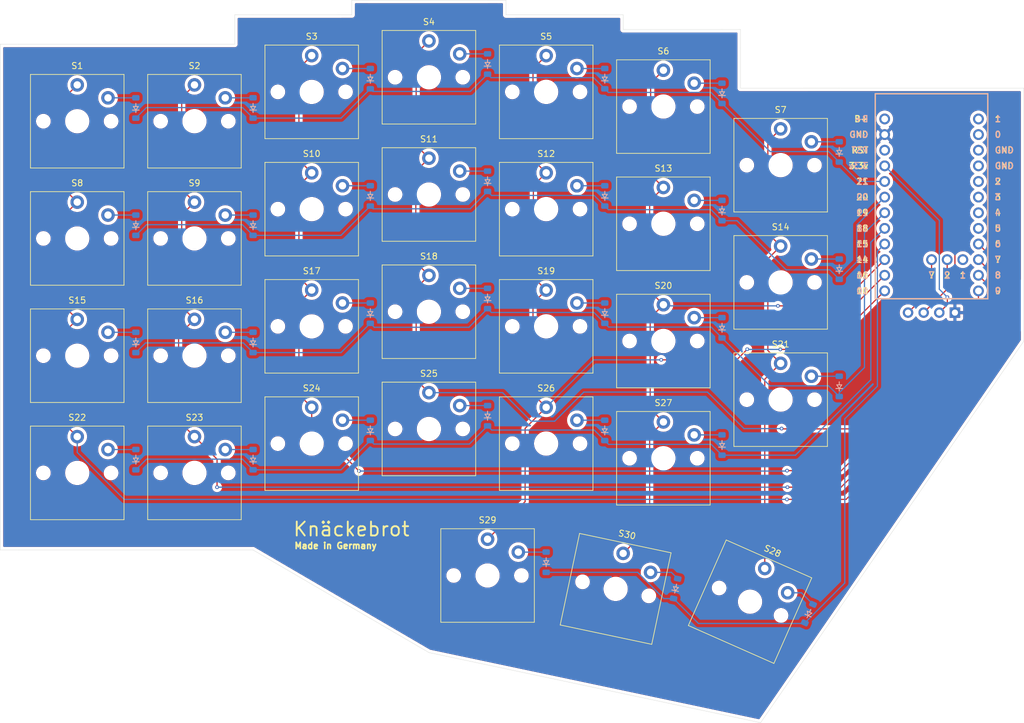
<source format=kicad_pcb>
(kicad_pcb (version 20241229) (generator "pcbnew") (generator_version "9.0")
  (layers (0 "F.Cu" signal) (2 "B.Cu" signal) (13 "F.Paste" user) (15 "B.Paste" user) (5 "F.SilkS" user "F.Silkscreen") (7 "B.SilkS" user "B.Silkscreen") (1 "F.Mask" user) (3 "B.Mask" user) (25 "Edge.Cuts" user))
  (net 0 "")
  (net 1 "Net-(D1-A)")
  (net 2 "Net-(D2-A)")
  (net 3 "Net-(D3-A)")
  (net 4 "Net-(D4-A)")
  (net 5 "Net-(D5-A)")
  (net 6 "Net-(D6-A)")
  (net 7 "Net-(D7-A)")
  (net 8 "Net-(D8-A)")
  (net 9 "Net-(D9-A)")
  (net 10 "Net-(D10-A)")
  (net 11 "Net-(D11-A)")
  (net 12 "Net-(D12-A)")
  (net 13 "Net-(D13-A)")
  (net 14 "Net-(D14-A)")
  (net 15 "Net-(D15-A)")
  (net 16 "Net-(D16-A)")
  (net 17 "Net-(D17-A)")
  (net 18 "Net-(D18-A)")
  (net 19 "Net-(D19-A)")
  (net 20 "Net-(D20-A)")
  (net 21 "Net-(D21-A)")
  (net 22 "Net-(D22-A)")
  (net 23 "Net-(D23-A)")
  (net 24 "Net-(D24-A)")
  (net 25 "Net-(D25-A)")
  (net 26 "Net-(D26-A)")
  (net 27 "Net-(D27-A)")
  (net 28 "Net-(D28-A)")
  (net 29 "Net-(D29-A)")
  (net 30 "Net-(D30-A)")
  (net 31 "SCL")
  (net 32 "GND")
  (net 34 "VCC")
  (net 36 "SDA")
  (net 41 "column 1")
  (net 42 "column 0")
  (net 43 "column 2")
  (net 44 "column 3")
  (net 45 "column 4")
  (net 46 "column 5")
  (net 47 "row 4")
  (net 48 "row 1")
  (net 49 "row 2")
  (net 50 "row 3")
  (net 51 "column 6")
  (net 52 "row 0")
  (footprint "ScottoKeebs_Choc:Choc_V1" (layer "F.Cu") (at 120.4755 113.038)
    (property "Reference" "S26")
    (property "Value" "Keyswitch")
  )
  (footprint "ScottoKeebs_Choc:Choc_V1" (layer "F.Cu") (at 131.764606 136.64588 -11.94)
    (property "Reference" "S30")
    (property "Value" "Keyswitch")
  )
  (footprint "ScottoKeebs_Components:OLED_128x32" (layer "F.Cu") (at 177.096 93.353 90)
    (property "Reference" "J1" (hide yes))
    (property "Value" "OLED_128x32")
  )
  (footprint "ScottoKeebs_Choc:Choc_V1" (layer "F.Cu") (at 139.5255 96.369)
    (property "Reference" "S20")
    (property "Value" "Keyswitch")
  )
  (footprint "ScottoKeebs_Choc:Choc_V1" (layer "F.Cu") (at 120.4755 74.938)
    (property "Reference" "S12")
    (property "Value" "Keyswitch")
  )
  (footprint "ScottoKeebs_Choc:Choc_V1" (layer "F.Cu") (at 101.4255 72.557)
    (property "Reference" "S11")
    (property "Value" "Keyswitch")
  )
  (footprint "ScottoKeebs_Choc:Choc_V1" (layer "F.Cu") (at 44.2755 79.701)
    (property "Reference" "S8")
    (property "Value" "Keyswitch")
  )
  (footprint "ScottoKeebs_Choc:Choc_V1" (layer "F.Cu") (at 63.3255 60.651)
    (property "Reference" "S2")
    (property "Value" "Keyswitch")
  )
  (footprint "ScottoKeebs_Choc:Choc_V1" (layer "F.Cu") (at 139.5255 115.419)
    (property "Reference" "S27")
    (property "Value" "Keyswitch")
  )
  (footprint "ScottoKeebs_Choc:Choc_V1" (layer "F.Cu") (at 120.4755 93.988)
    (property "Reference" "S19")
    (property "Value" "Keyswitch")
  )
  (footprint "ScottoKeebs_Choc:Choc_V1" (layer "F.Cu") (at 44.2755 60.651)
    (property "Reference" "S1")
    (property "Value" "Keyswitch")
  )
  (footprint "ScottoKeebs_Choc:Choc_V1" (layer "F.Cu") (at 44.2755 98.751)
    (property "Reference" "S15")
    (property "Value" "Keyswitch")
  )
  (footprint "ScottoKeebs_Choc:Choc_V1" (layer "F.Cu") (at 139.5255 58.269)
    (property "Reference" "S6")
    (property "Value" "Keyswitch")
  )
  (footprint "ScottoKeebs_Choc:Choc_V1" (layer "F.Cu") (at 82.3755 93.988)
    (property "Reference" "S17")
    (property "Value" "Keyswitch")
  )
  (footprint "ScottoKeebs_Choc:Choc_V1" (layer "F.Cu") (at 63.3255 117.801)
    (property "Reference" "S23")
    (property "Value" "Keyswitch")
  )
  (footprint "ScottoKeebs_Choc:Choc_V1" (layer "F.Cu") (at 63.3255 98.751)
    (property "Reference" "S16")
    (property "Value" "Keyswitch")
  )
  (footprint "ScottoKeebs_Choc:Choc_V1" (layer "F.Cu") (at 158.5755 105.894)
    (property "Reference" "S21")
    (property "Value" "Keyswitch")
  )
  (footprint "ScottoKeebs_Choc:Choc_V1" (layer "F.Cu") (at 139.5255 77.319)
    (property "Reference" "S13")
    (property "Value" "Keyswitch")
  )
  (footprint "ScottoKeebs_Choc:Choc_V1" (layer "F.Cu") (at 101.4255 110.657)
    (property "Reference" "S25")
    (property "Value" "Keyswitch")
  )
  (footprint "ScottoKeebs_Choc:Choc_V1" (layer "F.Cu") (at 101.4255 91.607)
    (property "Reference" "S18")
    (property "Value" "Keyswitch")
  )
  (footprint "ScottoKeebs_Choc:Choc_V1" (layer "F.Cu") (at 110.9505 134.469)
    (property "Reference" "S29")
    (property "Value" "Keyswitch")
  )
  (footprint "ScottoKeebs_Choc:Choc_V1" (layer "F.Cu") (at 82.3755 74.938)
    (property "Reference" "S10")
    (property "Value" "Keyswitch")
  )
  (footprint "ScottoKeebs_Choc:Choc_V1" (layer "F.Cu") (at 120.4755 55.888)
    (property "Reference" "S5")
    (property "Value" "Keyswitch")
  )
  (footprint "ScottoKeebs_Choc:Choc_V1" (layer "F.Cu") (at 82.3755 55.888)
    (property "Reference" "S3")
    (property "Value" "Keyswitch")
  )
  (footprint "ScottoKeebs_Choc:Choc_V1" (layer "F.Cu") (at 101.4255 53.507)
    (property "Reference" "S4")
    (property "Value" "Keyswitch")
  )
  (footprint "ScottoKeebs_Choc:Choc_V1" (layer "F.Cu") (at 158.5755 86.844)
    (property "Reference" "S14")
    (property "Value" "Keyswitch")
  )
  (footprint "ScottoKeebs_Choc:Choc_V1" (layer "F.Cu") (at 44.2755 117.801)
    (property "Reference" "S22")
    (property "Value" "Keyswitch")
  )
  (footprint "ScottoKeebs_Choc:Choc_V1" (layer "F.Cu") (at 158.5755 67.794)
    (property "Reference" "S7")
    (property "Value" "Keyswitch")
  )
  (footprint "ScottoKeebs_Choc:Choc_V1" (layer "F.Cu") (at 153.607048 138.726932 -23.88)
    (property "Reference" "S28")
    (property "Value" "Keyswitch")
  )
  (footprint "ScottoKeebs_Choc:Choc_V1" (layer "F.Cu") (at 82.3755 113.038)
    (property "Reference" "S24")
    (property "Value" "Keyswitch")
  )
  (footprint "ScottoKeebs_Choc:Choc_V1" (layer "F.Cu") (at 63.3255 79.701)
    (property "Reference" "S9")
    (property "Value" "Keyswitch")
  )
  (footprint "ScottoKeebs_Components:Diode_SOD-123" (layer "B.Cu") (at 129.9985 53.737 90)
    (property "Reference" "D5" (hide yes))
    (property "Value" "Diode")
  )
  (footprint "ScottoKeebs_Components:Diode_SOD-123" (layer "B.Cu") (at 149.0505 113.269 90)
    (property "Reference" "D27" (hide yes))
    (property "Value" "Diode")
  )
  (footprint "ScottoKeebs_Components:Diode_SOD-123" (layer "B.Cu") (at 110.9505 108.507 90)
    (property "Reference" "D25" (hide yes))
    (property "Value" "Diode")
  )
  (footprint "ScottoKeebs_Components:Diode_SOD-123" (layer "B.Cu") (at 168.1005 84.692 90)
    (property "Reference" "D14" (hide yes))
    (property "Value" "Diode")
  )
  (footprint "ScottoKeebs_Components:Diode_SOD-123" (layer "B.Cu") (at 141.5105 136.6 78.06)
    (property "Reference" "D30" (hide yes))
    (property "Value" "Diode")
  )
  (footprint "ScottoKeebs_Components:Diode_SOD-123" (layer "B.Cu") (at 72.8515 58.498 90)
    (property "Reference" "D2" (hide yes))
    (property "Value" "Diode")
  )
  (footprint "ScottoKeebs_Components:Diode_SOD-123" (layer "B.Cu") (at 110.9505 89.457 90)
    (property "Reference" "D18" (hide yes))
    (property "Value" "Diode")
  )
  (footprint "ScottoKeebs_Components:Diode_SOD-123" (layer "B.Cu") (at 110.9505 51.356 90)
    (property "Reference" "D4" (hide yes))
    (property "Value" "Diode")
  )
  (footprint "ScottoKeebs_Components:Diode_SOD-123" (layer "B.Cu") (at 168.1005 103.74 90)
    (property "Reference" "D21" (hide yes))
    (property "Value" "Diode")
  )
  (footprint "ScottoKeebs_Components:Diode_SOD-123" (layer "B.Cu") (at 149.0515 94.219 90)
    (property "Reference" "D20" (hide yes))
    (property "Value" "Diode")
  )
  (footprint "ScottoKeebs_Components:Diode_SOD-123" (layer "B.Cu") (at 110.9505 70.405 90)
    (property "Reference" "D11" (hide yes))
    (property "Value" "Diode")
  )
  (footprint "ScottoKeebs_Components:Diode_SOD-123" (layer "B.Cu") (at 91.9015 110.885 90)
    (property "Reference" "D24" (hide yes))
    (property "Value" "Diode")
  )
  (footprint "ScottoKeebs_Components:Diode_SOD-123" (layer "B.Cu") (at 72.8495 96.598 90)
    (property "Reference" "D16" (hide yes))
    (property "Value" "Diode")
  )
  (footprint "ScottoKeebs_Components:Diode_SOD-123" (layer "B.Cu") (at 129.9925 110.892 90)
    (property "Reference" "D26" (hide yes))
    (property "Value" "Diode")
  )
  (footprint "ScottoKeebs_MCU:Nice_Nano_V2" (layer "B.Cu") (at 183.1005 73.974 180)
    (property "Reference" "U1" (hide yes))
    (property "Value" "Nice_Nano_V2" (hide yes))
  )
  (footprint "ScottoKeebs_Components:Diode_SOD-123" (layer "B.Cu") (at 91.9005 72.787 90)
    (property "Reference" "D10" (hide yes))
    (property "Value" "Diode")
  )
  (footprint "ScottoKeebs_Components:Diode_SOD-123" (layer "B.Cu") (at 91.8995 91.837 90)
    (property "Reference" "D17" (hide yes))
    (property "Value" "Diode")
  )
  (footprint "ScottoKeebs_Components:Diode_SOD-123" (layer "B.Cu") (at 163.1685 140.659 66.12)
    (property "Reference" "D28" (hide yes))
    (property "Value" "Diode")
  )
  (footprint "ScottoKeebs_Components:Diode_SOD-123" (layer "B.Cu") (at 149.0505 75.17 90)
    (property "Reference" "D13" (hide yes))
    (property "Value" "Diode")
  )
  (footprint "ScottoKeebs_Components:Diode_SOD-123" (layer "B.Cu") (at 53.7955 58.501 90)
    (property "Reference" "D1" (hide yes))
    (property "Value" "Diode")
  )
  (footprint "ScottoKeebs_Components:Diode_SOD-123" (layer "B.Cu") (at 149.0505 56.117 90)
    (property "Reference" "D6" (hide yes))
    (property "Value" "Diode")
  )
  (footprint "ScottoKeebs_Components:Diode_SOD-123" (layer "B.Cu") (at 168.0995 65.641 90)
    (property "Reference" "D7" (hide yes))
    (property "Value" "Diode")
  )
  (footprint "ScottoKeebs_Components:Diode_SOD-123" (layer "B.Cu") (at 72.8505 115.651 90)
    (property "Reference" "D23" (hide yes))
    (property "Value" "Diode")
  )
  (footprint "ScottoKeebs_Components:Diode_SOD-123" (layer "B.Cu") (at 72.8505 77.551 90)
    (property "Reference" "D9" (hide yes))
    (property "Value" "Diode")
  )
  (footprint "ScottoKeebs_Components:Diode_SOD-123" (layer "B.Cu") (at 53.7995 77.549 90)
    (property "Reference" "D8" (hide yes))
    (property "Value" "Diode")
  )
  (footprint "ScottoKeebs_Components:Diode_SOD-123" (layer "B.Cu") (at 120.4765 132.31 90)
    (property "Reference" "D29" (hide yes))
    (property "Value" "Diode")
  )
  (footprint "ScottoKeebs_Components:Diode_SOD-123" (layer "B.Cu") (at 53.8015 115.648 90)
    (property "Reference" "D22" (hide yes))
    (property "Value" "Diode")
  )
  (footprint "ScottoKeebs_Components:Diode_SOD-123" (layer "B.Cu") (at 91.9015 53.742 90)
    (property "Reference" "D3" (hide yes))
    (property "Value" "Diode")
  )
  (footprint "ScottoKeebs_Components:Diode_SOD-123" (layer "B.Cu") (at 130.0005 72.785 90)
    (property "Reference" "D12" (hide yes))
    (property "Value" "Diode")
  )
  (footprint "ScottoKeebs_Components:Diode_SOD-123" (layer "B.Cu") (at 53.8005 96.6 90)
    (property "Reference" "D15" (hide yes))
    (property "Value" "Diode")
  )
  (footprint "ScottoKeebs_Components:Diode_SOD-123" (layer "B.Cu") (at 130.0005 91.838 90)
    (property "Reference" "D19" (hide yes))
    (property "Value" "Diode")
  )
  (gr_line (start 88.9 43.359) (end 88.9 40.979) (stroke (width 0.05)) (layer "Edge.Cuts"))
  (gr_line (start 31.75 127.325) (end 31.75 130.325) (stroke (width 0.05)) (layer "Edge.Cuts"))
  (gr_line (start 72.85 43.363) (end 69.851 43.363747) (stroke (width 0.05)) (layer "Edge.Cuts"))
  (gr_line (start 168.101 55.269) (end 152.051 55.273) (stroke (width 0.05)) (layer "Edge.Cuts"))
  (gr_line (start 31.751 48.126) (end 34.79 48.126) (stroke (width 0.05)) (layer "Edge.Cuts"))
  (gr_line (start 113.948 40.982) (end 110.951 40.981) (stroke (width 0.05)) (layer "Edge.Cuts"))
  (gr_line (start 34.75 130.325) (end 72.851 130.325) (stroke (width 0.05)) (layer "Edge.Cuts"))
  (gr_line (start 152.051 55.273) (end 152.05 48.744) (stroke (width 0.05)) (layer "Edge.Cuts"))
  (gr_line (start 133.002 43.363) (end 130.001 43.363) (stroke (width 0.05)) (layer "Edge.Cuts"))
  (gr_line (start 113.95 43.365) (end 113.948 40.982) (stroke (width 0.05)) (layer "Edge.Cuts"))
  (gr_line (start 31.75 130.325) (end 34.75 130.325) (stroke (width 0.05)) (layer "Edge.Cuts"))
  (gr_line (start 91.9 40.982) (end 110.951 40.985) (stroke (width 0.05)) (layer "Edge.Cuts"))
  (gr_line (start 72.85 43.363) (end 88.9 43.359) (stroke (width 0.05)) (layer "Edge.Cuts"))
  (gr_line (start 34.79 48.126) (end 69.851 48.126) (stroke (width 0.05)) (layer "Edge.Cuts"))
  (gr_line (start 69.851 48.126) (end 69.851 43.363747) (stroke (width 0.05)) (layer "Edge.Cuts"))
  (gr_line (start 198.101 96.37) (end 155.321 158.388) (stroke (width 0.05)) (layer "Edge.Cuts"))
  (gr_line (start 101.426 146.994) (end 155.321 158.388) (stroke (width 0.05)) (layer "Edge.Cuts"))
  (gr_line (start 149.051 45.744) (end 133.002 45.747) (stroke (width 0.05)) (layer "Edge.Cuts"))
  (gr_line (start 198.101 55.269) (end 168.101 55.268) (stroke (width 0.05)) (layer "Edge.Cuts"))
  (gr_line (start 31.751 51.127) (end 31.751 48.126) (stroke (width 0.05)) (layer "Edge.Cuts"))
  (gr_line (start 130.001 43.363) (end 113.95 43.365) (stroke (width 0.05)) (layer "Edge.Cuts"))
  (gr_line (start 133.002 45.747) (end 133.002 43.363) (stroke (width 0.05)) (layer "Edge.Cuts"))
  (gr_line (start 31.751 51.127) (end 31.75 127.325) (stroke (width 0.05)) (layer "Edge.Cuts"))
  (gr_line (start 152.051 45.743) (end 149.051 45.744) (stroke (width 0.05)) (layer "Edge.Cuts"))
  (gr_line (start 198.101 96.37) (end 198.101 55.269) (stroke (width 0.05)) (layer "Edge.Cuts"))
  (gr_line (start 91.9 40.982) (end 88.9 40.979) (stroke (width 0.05)) (layer "Edge.Cuts"))
  (gr_line (start 152.05 48.744) (end 152.05 45.743) (stroke (width 0.05)) (layer "Edge.Cuts"))
  (gr_line (start 72.851 130.325) (end 101.426 146.994) (stroke (width 0.05)) (layer "Edge.Cuts"))
  (gr_text "Made in Germany" (at 79.44 130.23 0) (layer "F.SilkS") (effects (font (size 1.016 1.016) (thickness 0.254) (bold yes)) (justify left bottom)))
  (gr_text "Knäckebrot" (at 79.21 128.26 0) (layer "F.SilkS") (effects (font (size 2.262 2.262) (thickness 0.3) (bold yes)) (justify left bottom)))
  (segment (start 49.2755 56.851) (end 53.7955 56.851) (width 0.2) (layer "B.Cu") (net 1))
  (segment (start 72.8485 56.851) (end 72.8515 56.848) (width 0.2) (layer "B.Cu") (net 2))
  (segment (start 68.3255 56.851) (end 72.8485 56.851) (width 0.2) (layer "B.Cu") (net 2))
  (segment (start 91.8975 52.088) (end 91.9015 52.092) (width 0.2) (layer "B.Cu") (net 3))
  (segment (start 87.3755 52.088) (end 91.8975 52.088) (width 0.2) (layer "B.Cu") (net 3))
  (segment (start 106.4255 49.707) (end 110.9495 49.707) (width 0.2) (layer "B.Cu") (net 4))
  (segment (start 110.9495 49.707) (end 110.9505 49.706) (width 0.2) (layer "B.Cu") (net 4))
  (segment (start 125.4755 52.088) (end 129.9975 52.088) (width 0.2) (layer "B.Cu") (net 5))
  (segment (start 129.9975 52.088) (end 129.9985 52.087) (width 0.2) (layer "B.Cu") (net 5))
  (segment (start 149.0485 54.469) (end 149.0505 54.467) (width 0.2) (layer "B.Cu") (net 6))
  (segment (start 144.5255 54.469) (end 149.0485 54.469) (width 0.2) (layer "B.Cu") (net 6))
  (segment (start 163.5755 63.994) (end 168.0965 63.994) (width 0.2) (layer "B.Cu") (net 7))
  (segment (start 168.0965 63.994) (end 168.0995 63.991) (width 0.2) (layer "B.Cu") (net 7))
  (segment (start 49.2775 75.899) (end 49.2755 75.901) (width 0.2) (layer "B.Cu") (net 8))
  (segment (start 53.7995 75.899) (end 49.2775 75.899) (width 0.2) (layer "B.Cu") (net 8))
  (segment (start 68.3255 75.901) (end 72.8505 75.901) (width 0.2) (layer "B.Cu") (net 9))
  (segment (start 87.3755 71.138) (end 91.8995 71.138) (width 0.2) (layer "B.Cu") (net 10))
  (segment (start 91.8995 71.138) (end 91.9005 71.137) (width 0.2) (layer "B.Cu") (net 10))
  (segment (start 110.9485 68.757) (end 110.9505 68.755) (width 0.2) (layer "B.Cu") (net 11))
  (segment (start 106.4255 68.757) (end 110.9485 68.757) (width 0.2) (layer "B.Cu") (net 11))
  (segment (start 129.9975 71.138) (end 130.0005 71.135) (width 0.2) (layer "B.Cu") (net 12))
  (segment (start 125.4755 71.138) (end 129.9975 71.138) (width 0.2) (layer "B.Cu") (net 12))
  (segment (start 149.0495 73.519) (end 149.0505 73.52) (width 0.2) (layer "B.Cu") (net 13))
  (segment (start 144.5255 73.519) (end 149.0495 73.519) (width 0.2) (layer "B.Cu") (net 13))
  (segment (start 163.5755 83.044) (end 168.0985 83.044) (width 0.2) (layer "B.Cu") (net 14))
  (segment (start 168.0985 83.044) (end 168.1005 83.042) (width 0.2) (layer "B.Cu") (net 14))
  (segment (start 53.7995 94.951) (end 53.8005 94.95) (width 0.2) (layer "B.Cu") (net 15))
  (segment (start 49.2755 94.951) (end 53.7995 94.951) (width 0.2) (layer "B.Cu") (net 15))
  (segment (start 68.3255 94.951) (end 72.8465 94.951) (width 0.2) (layer "B.Cu") (net 16))
  (segment (start 72.8465 94.951) (end 72.8495 94.948) (width 0.2) (layer "B.Cu") (net 16))
  (segment (start 87.3755 90.188) (end 91.8985 90.188) (width 0.2) (layer "B.Cu") (net 17))
  (segment (start 91.8985 90.188) (end 91.8995 90.187) (width 0.2) (layer "B.Cu") (net 17))
  (segment (start 106.4255 87.807) (end 110.9505 87.807) (width 0.2) (layer "B.Cu") (net 18))
  (segment (start 125.4755 90.188) (end 130.0005 90.188) (width 0.2) (layer "B.Cu") (net 19))
  (segment (start 144.5255 92.569) (end 149.0515 92.569) (width 0.2) (layer "B.Cu") (net 20))
  (segment (start 163.5755 102.094) (end 168.0965 102.094) (width 0.2) (layer "B.Cu") (net 21))
  (segment (start 168.0965 102.094) (end 168.1005 102.09) (width 0.2) (layer "B.Cu") (net 21))
  (segment (start 53.7985 114.001) (end 53.8015 113.998) (width 0.2) (layer "B.Cu") (net 22))
  (segment (start 49.2755 114.001) (end 53.7985 114.001) (width 0.2) (layer "B.Cu") (net 22))
  (segment (start 68.3255 114.001) (end 72.8505 114.001) (width 0.2) (layer "B.Cu") (net 23))
  (segment (start 91.8985 109.238) (end 91.9015 109.235) (width 0.2) (layer "B.Cu") (net 24))
  (segment (start 87.3755 109.238) (end 91.8985 109.238) (width 0.2) (layer "B.Cu") (net 24))
  (segment (start 106.4255 106.857) (end 110.9505 106.857) (width 0.2) (layer "B.Cu") (net 25))
  (segment (start 125.4755 109.238) (end 129.9885 109.238) (width 0.2) (layer "B.Cu") (net 26))
  (segment (start 129.9885 109.238) (end 129.9925 109.242) (width 0.2) (layer "B.Cu") (net 26))
  (segment (start 144.5255 111.619) (end 149.0505 111.619) (width 0.2) (layer "B.Cu") (net 27))
  (segment (start 161.962551 137.276342) (end 163.836457 139.150248) (width 0.2) (layer "B.Cu") (net 28))
  (segment (start 159.717349 137.276342) (end 161.962551 137.276342) (width 0.2) (layer "B.Cu") (net 28))
  (segment (start 120.4675 130.669) (end 120.4765 130.66) (width 0.2) (layer "B.Cu") (net 29))
  (segment (start 115.9505 130.669) (end 120.4675 130.669) (width 0.2) (layer "B.Cu") (net 29))
  (segment (start 140.828696 133.96253) (end 141.851864 134.985698) (width 0.2) (layer "B.Cu") (net 30))
  (segment (start 137.442601 133.96253) (end 140.828696 133.96253) (width 0.2) (layer "B.Cu") (net 30))
  (segment (start 185.6405 87.9285) (end 185.6405 83.144) (width 0.2) (layer "F.Cu") (net 31))
  (segment (start 181.816 91.753) (end 185.6405 87.9285) (width 0.2) (layer "F.Cu") (net 31))
  (segment (start 186.896 74.2395) (end 175.4805 62.824) (width 0.2) (layer "F.Cu") (net 32))
  (segment (start 186.896 91.753) (end 186.896 74.2395) (width 0.2) (layer "F.Cu") (net 32))
  (segment (start 185.664 90.445) (end 185.664 89.252) (width 0.2) (layer "F.Cu") (net 34))
  (segment (start 184.356 91.753) (end 185.664 90.445) (width 0.2) (layer "F.Cu") (net 34))
  (via (at 185.664 89.252) (size 0.6) (drill 0.3) (layers "F.Cu" "B.Cu") (net 34))
  (segment (start 184.363 87.951) (end 184.363 76.7865) (width 0.2) (layer "B.Cu") (net 34))
  (segment (start 185.664 89.252) (end 184.363 87.951) (width 0.2) (layer "B.Cu") (net 34))
  (segment (start 184.363 76.7865) (end 175.4805 67.904) (width 0.2) (layer "B.Cu") (net 34))
  (segment (start 183.1005 87.9285) (end 183.1005 83.144) (width 0.2) (layer "F.Cu") (net 36))
  (segment (start 179.276 91.753) (end 183.1005 87.9285) (width 0.2) (layer "F.Cu") (net 36))
  (segment (start 168.388999 120.121) (end 159.679 120.121) (width 0.2) (layer "F.Cu") (net 41))
  (segment (start 60.7435 95.433) (end 60.7435 109.319) (width 0.2) (layer "F.Cu") (net 41))
  (segment (start 66.995 115.5705) (end 63.3255 111.901) (width 0.2) (layer "F.Cu") (net 41))
  (segment (start 66.995 120.126) (end 66.995 115.5705) (width 0.2) (layer "F.Cu") (net 41))
  (segment (start 60.7435 109.319) (end 63.3255 111.901) (width 0.2) (layer "F.Cu") (net 41))
  (segment (start 63.3255 92.851) (end 60.7435 95.433) (width 0.2) (layer "F.Cu") (net 41))
  (segment (start 195.992 88.4155) (end 195.992 92.517999) (width 0.2) (layer "F.Cu") (net 41))
  (segment (start 61.2495 56.827) (end 61.2495 71.725) (width 0.2) (layer "F.Cu") (net 41))
  (segment (start 61.2495 71.725) (end 63.3255 73.801) (width 0.2) (layer "F.Cu") (net 41))
  (segment (start 63.3255 54.751) (end 61.2495 56.827) (width 0.2) (layer "F.Cu") (net 41))
  (segment (start 195.992 92.517999) (end 168.388999 120.121) (width 0.2) (layer "F.Cu") (net 41))
  (segment (start 61.2495 75.877) (end 61.2495 90.775) (width 0.2) (layer "F.Cu") (net 41))
  (segment (start 63.3255 73.801) (end 61.2495 75.877) (width 0.2) (layer "F.Cu") (net 41))
  (segment (start 61.2495 90.775) (end 63.3255 92.851) (width 0.2) (layer "F.Cu") (net 41))
  (segment (start 190.7205 83.144) (end 195.992 88.4155) (width 0.2) (layer "F.Cu") (net 41))
  (via (at 66.995 120.126) (size 0.6) (drill 0.3) (layers "F.Cu" "B.Cu") (net 41))
  (via (at 159.679 120.121) (size 0.6) (drill 0.3) (layers "F.Cu" "B.Cu") (net 41))
  (segment (start 67 120.121) (end 66.995 120.126) (width 0.2) (layer "B.Cu") (net 41))
  (segment (start 159.679 120.121) (end 67 120.121) (width 0.2) (layer "B.Cu") (net 41))
  (segment (start 197.282 87.1655) (end 197.282 94.026814) (width 0.2) (layer "F.Cu") (net 42))
  (segment (start 42.1995 56.827) (end 42.1995 71.725) (width 0.2) (layer "F.Cu") (net 42))
  (segment (start 44.2755 92.851) (end 42.1995 94.927) (width 0.2) (layer "F.Cu") (net 42))
  (segment (start 44.2755 73.801) (end 42.1995 75.877) (width 0.2) (layer "F.Cu") (net 42))
  (segment (start 42.1995 75.877) (end 42.1995 90.775) (width 0.2) (layer "F.Cu") (net 42))
  (segment (start 42.1995 90.775) (end 44.2755 92.851) (width 0.2) (layer "F.Cu") (net 42))
  (segment (start 197.282 94.026814) (end 169.205814 122.103) (width 0.2) (layer "F.Cu") (net 42))
  (segment (start 42.1995 109.825) (end 44.2755 111.901) (width 0.2) (layer "F.Cu") (net 42))
  (segment (start 42.1995 94.927) (end 42.1995 109.825) (width 0.2) (layer "F.Cu") (net 42))
  (segment (start 190.7205 80.604) (end 197.282 87.1655) (width 0.2) (layer "F.Cu") (net 42))
  (segment (start 44.2755 54.751) (end 42.1995 56.827) (width 0.2) (layer "F.Cu") (net 42))
  (segment (start 169.205814 122.103) (end 159.597 122.103) (width 0.2) (layer "F.Cu") (net 42))
  (segment (start 42.1995 71.725) (end 44.2755 73.801) (width 0.2) (layer "F.Cu") (net 42))
  (via (at 159.597 122.103) (size 0.6) (drill 0.3) (layers "F.Cu" "B.Cu") (net 42))
  (segment (start 51.902 122.103) (end 44.2755 114.4765) (width 0.2) (layer "B.Cu") (net 42))
  (segment (start 44.2755 114.4765) (end 44.2755 111.901) (width 0.2) (layer "B.Cu") (net 42))
  (segment (start 159.597 122.103) (end 51.902 122.103) (width 0.2) (layer "B.Cu") (net 42))
  (segment (start 80.2995 105.062) (end 82.3755 107.138) (width 0.2) (layer "F.Cu") (net 43))
  (segment (start 82.3755 69.038) (end 80.2995 71.114) (width 0.2) (layer "F.Cu") (net 43))
  (segment (start 194.043 91.822) (end 168.437 117.428) (width 0.2) (layer "F.Cu") (net 43))
  (segment (start 80.2995 86.012) (end 82.3755 88.088) (width 0.2) (layer "F.Cu") (net 43))
  (segment (start 80.2995 52.064) (end 80.2995 66.962) (width 0.2) (layer "F.Cu") (net 43))
  (segment (start 190.7205 85.684) (end 194.043 89.0065) (width 0.2) (layer "F.Cu") (net 43))
  (segment (start 82.3755 49.988) (end 80.2995 52.064) (width 0.2) (layer "F.Cu") (net 43))
  (segment (start 82.3755 88.088) (end 80.2995 90.164) (width 0.2) (layer "F.Cu") (net 43))
  (segment (start 80.2995 66.962) (end 82.3755 69.038) (width 0.2) (layer "F.Cu") (net 43))
  (segment (start 194.043 89.0065) (end 194.043 91.822) (width 0.2) (layer "F.Cu") (net 43))
  (segment (start 80.2995 90.164) (end 80.2995 105.062) (width 0.2) (layer "F.Cu") (net 43))
  (segment (start 90.071 117.495) (end 88.646 116.07) (width 0.2) (layer "F.Cu") (net 43))
  (segment (start 88.644 116.07) (end 82.3755 109.8015) (width 0.2) (layer "F.Cu") (net 43))
  (segment (start 88.646 116.07) (end 88.644 116.07) (width 0.2) (layer "F.Cu") (net 43))
  (segment (start 168.437 117.428) (end 159.613 117.428) (width 0.2) (layer "F.Cu") (net 43))
  (segment (start 80.2995 71.114) (end 80.2995 86.012) (width 0.2) (layer "F.Cu") (net 43))
  (segment (start 82.3755 109.8015) (end 82.3755 107.138) (width 0.2) (layer "F.Cu") (net 43))
  (via (at 90.071 117.495) (size 0.6) (drill 0.3) (layers "F.Cu" "B.Cu") (net 43))
  (via (at 159.613 117.428) (size 0.6) (drill 0.3) (layers "F.Cu" "B.Cu") (net 43))
  (segment (start 159.546 117.495) (end 159.613 117.428) (width 0.2) (layer "B.Cu") (net 43))
  (segment (start 90.071 117.495) (end 159.546 117.495) (width 0.2) (layer "B.Cu") (net 43))
  (segment (start 101.4255 66.657) (end 99.2905 68.792) (width 0.2) (layer "F.Cu") (net 44))
  (segment (start 99.2905 68.792) (end 99.2905 83.572) (width 0.2) (layer "F.Cu") (net 44))
  (segment (start 190.7205 88.224) (end 190.7205 92.9185) (width 0.2) (layer "F.Cu") (net 44))
  (segment (start 101.4255 47.607) (end 99.3495 49.683) (width 0.2) (layer "F.Cu") (net 44))
  (segment (start 99.2905 83.572) (end 101.4255 85.707) (width 0.2) (layer "F.Cu") (net 44))
  (segment (start 99.3495 102.681) (end 101.4255 104.757) (width 0.2) (layer "F.Cu") (net 44))
  (segment (start 158.778 110.645) (end 158.729 110.596) (width 0.2) (layer "F.Cu") (net 44))
  (segment (start 99.3495 49.683) (end 99.3495 64.581) (width 0.2) (layer "F.Cu") (net 44))
  (segment (start 99.3495 64.581) (end 101.4255 66.657) (width 0.2) (layer "F.Cu") (net 44))
  (segment (start 190.7205 92.9185) (end 172.994 110.645) (width 0.2) (layer "F.Cu") (net 44))
  (segment (start 101.4255 85.707) (end 99.3495 87.783) (width 0.2) (layer "F.Cu") (net 44))
  (segment (start 99.3495 87.783) (end 99.3495 102.681) (width 0.2) (layer "F.Cu") (net 44))
  (segment (start 172.994 110.645) (end 158.778 110.645) (width 0.2) (layer "F.Cu") (net 44))
  (via (at 158.729 110.596) (size 0.6) (drill 0.3) (layers "F.Cu" "B.Cu") (net 44))
  (segment (start 152.61 110.596) (end 146.681 104.667) (width 0.2) (layer "B.Cu") (net 44))
  (segment (start 121.867 109.393) (end 118.032 109.393) (width 0.2) (layer "B.Cu") (net 44))
  (segment (start 111.446 104.757) (end 101.4255 104.757) (width 0.2) (layer "B.Cu") (net 44))
  (segment (start 118.032 109.393) (end 113.3935 104.7545) (width 0.2) (layer "B.Cu") (net 44))
  (segment (start 113.3935 104.7545) (end 111.4485 104.7545) (width 0.2) (layer "B.Cu") (net 44))
  (segment (start 146.681 104.667) (end 126.593 104.667) (width 0.2) (layer "B.Cu") (net 44))
  (segment (start 158.729 110.596) (end 152.61 110.596) (width 0.2) (layer "B.Cu") (net 44))
  (segment (start 126.593 104.667) (end 121.867 109.393) (width 0.2) (layer "B.Cu") (net 44))
  (segment (start 111.4485 104.7545) (end 111.446 104.757) (width 0.2) (layer "B.Cu") (net 44))
  (segment (start 118.3995 86.012) (end 120.4755 88.088) (width 0.2) (layer "F.Cu") (net 45))
  (segment (start 120.4755 49.988) (end 118.3355 52.128) (width 0.2) (layer "F.Cu") (net 45))
  (segment (start 165.9705 97.734) (end 158.523 97.734) (width 0.2) (layer "F.Cu") (net 45))
  (segment (start 151.43 99.425) (end 139.164 99.425) (width 0.2) (layer "F.Cu") (net 45))
  (segment (start 117.0535 122.466) (end 110.9505 128.569) (width 0.2) (layer "F.Cu") (net 45))
  (segment (start 120.4755 88.088) (end 118.3355 90.228) (width 0.2) (layer "F.Cu") (net 45))
  (segment (start 117.0535 110.56) (end 117.0535 122.466) (width 0.2) (layer "F.Cu") (net 45))
  (segment (start 120.4755 107.138) (end 117.0535 110.56) (width 0.2) (layer "F.Cu") (net 45))
  (segment (start 118.3355 90.228) (end 118.3355 104.998) (width 0.2) (layer "F.Cu") (net 45))
  (segment (start 175.4805 88.224) (end 165.9705 97.734) (width 0.2) (layer "F.Cu") (net 45))
  (segment (start 153.147 97.708) (end 151.43 99.425) (width 0.2) (layer "F.Cu") (net 45))
  (segment (start 120.4755 69.038) (end 118.3995 71.114) (width 0.2) (layer "F.Cu") (net 45))
  (segment (start 118.3355 52.128) (end 118.3355 66.898) (width 0.2) (layer "F.Cu") (net 45))
  (segment (start 118.3355 66.898) (end 120.4755 69.038) (width 0.2) (layer "F.Cu") (net 45))
  (segment (start 118.3355 104.998) (end 120.4755 107.138) (width 0.2) (layer "F.Cu") (net 45))
  (segment (start 118.3995 71.114) (end 118.3995 86.012) (width 0.2) (layer "F.Cu") (net 45))
  (via (at 139.164 99.425) (size 0.6) (drill 0.3) (layers "F.Cu" "B.Cu") (net 45))
  (via (at 158.523 97.734) (size 0.6) (drill 0.3) (layers "F.Cu" "B.Cu") (net 45))
  (via (at 153.147 97.708) (size 0.6) (drill 0.3) (layers "F.Cu" "B.Cu") (net 45))
  (segment (start 128.1885 99.425) (end 120.4755 107.138) (width 0.2) (layer "B.Cu") (net 45))
  (segment (start 153.173 97.734) (end 153.147 97.708) (width 0.2) (layer "B.Cu") (net 45))
  (segment (start 139.164 99.425) (end 128.1885 99.425) (width 0.2) (layer "B.Cu") (net 45))
  (segment (start 158.523 97.734) (end 153.173 97.734) (width 0.2) (layer "B.Cu") (net 45))
  (segment (start 137.2885 88.232) (end 139.5255 90.469) (width 0.2) (layer "F.Cu") (net 46))
  (segment (start 137.3805 93.301) (end 137.3805 107.374) (width 0.2) (layer "F.Cu") (net 46))
  (segment (start 139.5255 71.419) (end 137.2885 73.656) (width 0.2) (layer "F.Cu") (net 46))
  (segment (start 137.2885 126.570269) (end 132.985241 130.873528) (width 0.2) (layer "F.Cu") (net 46))
  (segment (start 139.5255 90.469) (end 137.3805 92.614) (width 0.2) (layer "F.Cu") (net 46))
  (segment (start 158.136 90.656) (end 170.5085 90.656) (width 0.2) (layer "F.Cu") (net 46))
  (segment (start 139.5255 52.369) (end 137.4495 54.445) (width 0.2) (layer "F.Cu") (net 46))
  (segment (start 137.4495 54.445) (end 137.4495 69.343) (width 0.2) (layer "F.Cu") (net 46))
  (segment (start 137.3805 107.374) (end 139.5255 109.519) (width 0.2) (layer "F.Cu") (net 46))
  (segment (start 137.2885 73.656) (end 137.2885 88.232) (width 0.2) (layer "F.Cu") (net 46))
  (segment (start 139.5255 109.519) (end 137.2885 111.756) (width 0.2) (layer "F.Cu") (net 46))
  (segment (start 137.3805 92.614) (end 137.3805 93.301) (width 0.2) (layer "F.Cu") (net 46))
  (segment (start 137.4495 69.343) (end 139.5255 71.419) (width 0.2) (layer "F.Cu") (net 46))
  (segment (start 137.2885 111.756) (end 137.2885 126.570269) (width 0.2) (layer "F.Cu") (net 46))
  (segment (start 170.5085 90.656) (end 175.4805 85.684) (width 0.2) (layer "F.Cu") (net 46))
  (via (at 158.136 90.656) (size 0.6) (drill 0.3) (layers "F.Cu" "B.Cu") (net 46))
  (segment (start 158.136 90.656) (end 139.7125 90.656) (width 0.2) (layer "B.Cu") (net 46))
  (segment (start 139.7125 90.656) (end 139.5255 90.469) (width 0.2) (layer "B.Cu") (net 46))
  (segment (start 162.500543 142.167752) (end 162.514248 142.167752) (width 0.2) (layer "B.Cu") (net 47))
  (segment (start 169.0015 135.6805) (end 169.0015 109.0165) (width 0.2) (layer "B.Cu") (net 47))
  (segment (start 120.4765 133.96) (end 135.339 133.96) (width 0.2) (layer "B.Cu") (net 47))
  (segment (start 162.514248 142.167752) (end 169.0015 135.6805) (width 0.2) (layer "B.Cu") (net 47))
  (segment (start 169.0015 109.0165) (end 174.3032 103.7148) (width 0.2) (layer "B.Cu") (net 47))
  (segment (start 141.169136 138.214302) (end 145.220834 142.266) (width 0.2) (layer "B.Cu") (net 47))
  (segment (start 139.593302 138.214302) (end 141.169136 138.214302) (width 0.2) (layer "B.Cu") (net 47))
  (segment (start 174.3032 81.7813) (end 175.4805 80.604) (width 0.2) (layer "B.Cu") (net 47))
  (segment (start 162.402295 142.266) (end 162.500543 142.167752) (width 0.2) (layer "B.Cu") (net 47))
  (segment (start 145.220834 142.266) (end 162.402295 142.266) (width 0.2) (layer "B.Cu") (net 47))
  (segment (start 174.3032 103.7148) (end 174.3032 81.7813) (width 0.2) (layer "B.Cu") (net 47))
  (segment (start 135.339 133.96) (end 139.593302 138.214302) (width 0.2) (layer "B.Cu") (net 47))
  (segment (start 110.9505 72.055) (end 111.6105 72.715) (width 0.2) (layer "B.Cu") (net 48))
  (segment (start 149.0505 76.82) (end 151.487407 76.82) (width 0.2) (layer "B.Cu") (net 48))
  (segment (start 111.6105 72.715) (end 128.2805 72.715) (width 0.2) (layer "B.Cu") (net 48))
  (segment (start 159.463407 84.796) (end 166.5545 84.796) (width 0.2) (layer "B.Cu") (net 48))
  (segment (start 92.3465 74.883) (end 108.1225 74.883) (width 0.2) (layer "B.Cu") (net 48))
  (segment (start 108.1225 74.883) (end 110.9505 72.055) (width 0.2) (layer "B.Cu") (net 48))
  (segment (start 130.0005 74.435) (end 130.5895 75.024) (width 0.2) (layer "B.Cu") (net 48))
  (segment (start 147.2545 75.024) (end 149.0505 76.82) (width 0.2) (layer "B.Cu") (net 48))
  (segment (start 55.5355 77.463) (end 71.1125 77.463) (width 0.2) (layer "B.Cu") (net 48))
  (segment (start 170.958186 77.506314) (end 175.4805 72.984) (width 0.2) (layer "B.Cu") (net 48))
  (segment (start 53.7995 79.199) (end 55.5355 77.463) (width 0.2) (layer "B.Cu") (net 48))
  (segment (start 130.5895 75.024) (end 147.2545 75.024) (width 0.2) (layer "B.Cu") (net 48))
  (segment (start 87.1365 79.201) (end 91.9005 74.437) (width 0.2) (layer "B.Cu") (net 48))
  (segment (start 72.8505 79.201) (end 87.1365 79.201) (width 0.2) (layer "B.Cu") (net 48))
  (segment (start 170.958186 83.484314) (end 170.958186 77.506314) (width 0.2) (layer "B.Cu") (net 48))
  (segment (start 128.2805 72.715) (end 130.0005 74.435) (width 0.2) (layer "B.Cu") (net 48))
  (segment (start 91.9005 74.437) (end 92.3465 74.883) (width 0.2) (layer "B.Cu") (net 48))
  (segment (start 168.1005 86.342) (end 170.958186 83.484314) (width 0.2) (layer "B.Cu") (net 48))
  (segment (start 151.487407 76.82) (end 159.463407 84.796) (width 0.2) (layer "B.Cu") (net 48))
  (segment (start 166.5545 84.796) (end 168.1005 86.342) (width 0.2) (layer "B.Cu") (net 48))
  (segment (start 71.1125 77.463) (end 72.8505 79.201) (width 0.2) (layer "B.Cu") (net 48))
  (segment (start 130.0005 93.488) (end 130.6175 94.105) (width 0.2) (layer "B.Cu") (net 49))
  (segment (start 156.8305 103.648) (end 166.3585 103.648) (width 0.2) (layer "B.Cu") (net 49))
  (segment (start 130.6175 94.105) (end 147.2875 94.105) (width 0.2) (layer "B.Cu") (net 49))
  (segment (start 91.8995 93.487) (end 92.5495 94.137) (width 0.2) (layer "B.Cu") (net 49))
  (segment (start 71.2765 96.675) (end 72.8495 98.248) (width 0.2) (layer "B.Cu") (net 49))
  (segment (start 166.3585 103.648) (end 168.1005 105.39) (width 0.2) (layer "B.Cu") (net 49))
  (segment (start 149.0515 95.869) (end 156.8305 103.648) (width 0.2) (layer "B.Cu") (net 49))
  (segment (start 168.1005 105.39) (end 168.1005 104.7685) (width 0.2) (layer "B.Cu") (net 49))
  (segment (start 55.3755 96.675) (end 71.2765 96.675) (width 0.2) (layer "B.Cu") (net 49))
  (segment (start 72.8495 98.248) (end 87.1385 98.248) (width 0.2) (layer "B.Cu") (net 49))
  (segment (start 168.1005 104.7685) (end 172.199 100.67) (width 0.2) (layer "B.Cu") (net 49))
  (segment (start 172.199 78.8055) (end 175.4805 75.524) (width 0.2) (layer "B.Cu") (net 49))
  (segment (start 87.1385 98.248) (end 91.8995 93.487) (width 0.2) (layer "B.Cu") (net 49))
  (segment (start 92.5495 94.137) (end 107.9205 94.137) (width 0.2) (layer "B.Cu") (net 49))
  (segment (start 147.2875 94.105) (end 149.0515 95.869) (width 0.2) (layer "B.Cu") (net 49))
  (segment (start 128.2435 91.731) (end 130.0005 93.488) (width 0.2) (layer "B.Cu") (net 49))
  (segment (start 172.199 100.67) (end 172.199 78.8055) (width 0.2) (layer "B.Cu") (net 49))
  (segment (start 107.9205 94.137) (end 110.9505 91.107) (width 0.2) (layer "B.Cu") (net 49))
  (segment (start 53.8005 98.25) (end 55.3755 96.675) (width 0.2) (layer "B.Cu") (net 49))
  (segment (start 111.5745 91.731) (end 128.2435 91.731) (width 0.2) (layer "B.Cu") (net 49))
  (segment (start 110.9505 91.107) (end 111.5745 91.731) (width 0.2) (layer "B.Cu") (net 49))
  (segment (start 128.2835 110.833) (end 129.9925 112.542) (width 0.2) (layer "B.Cu") (net 50))
  (segment (start 160.979 114.919) (end 173.23 102.668) (width 0.2) (layer "B.Cu") (net 50))
  (segment (start 129.9925 112.542) (end 130.6165 113.166) (width 0.2) (layer "B.Cu") (net 50))
  (segment (start 110.9505 110.157) (end 111.6265 110.833) (width 0.2) (layer "B.Cu") (net 50))
  (segment (start 53.8015 117.298) (end 55.5345 115.565) (width 0.2) (layer "B.Cu") (net 50))
  (segment (start 111.6265 110.833) (end 128.2835 110.833) (width 0.2) (layer "B.Cu") (net 50))
  (segment (start 71.1145 115.565) (end 72.8505 117.301) (width 0.2) (layer "B.Cu") (net 50))
  (segment (start 55.5345 115.565) (end 71.1145 115.565) (width 0.2) (layer "B.Cu") (net 50))
  (segment (start 72.8505 117.301) (end 87.1355 117.301) (width 0.2) (layer "B.Cu") (net 50))
  (segment (start 87.1355 117.301) (end 91.9015 112.535) (width 0.2) (layer "B.Cu") (net 50))
  (segment (start 130.6165 113.166) (end 147.2975 113.166) (width 0.2) (layer "B.Cu") (net 50))
  (segment (start 107.9955 113.112) (end 110.9505 110.157) (width 0.2) (layer "B.Cu") (net 50))
  (segment (start 173.23 102.668) (end 173.23 80.3145) (width 0.2) (layer "B.Cu") (net 50))
  (segment (start 173.23 80.3145) (end 175.4805 78.064) (width 0.2) (layer "B.Cu") (net 50))
  (segment (start 91.9015 112.535) (end 92.4785 113.112) (width 0.2) (layer "B.Cu") (net 50))
  (segment (start 92.4785 113.112) (end 107.9955 113.112) (width 0.2) (layer "B.Cu") (net 50))
  (segment (start 147.2975 113.166) (end 149.0505 114.919) (width 0.2) (layer "B.Cu") (net 50))
  (segment (start 149.0505 114.919) (end 160.979 114.919) (width 0.2) (layer "B.Cu") (net 50))
  (segment (start 156.4995 89.547) (end 156.4995 97.918) (width 0.2) (layer "F.Cu") (net 51))
  (segment (start 156.4995 97.918) (end 158.5755 99.994) (width 0.2) (layer "F.Cu") (net 51))
  (segment (start 158.5755 99.994) (end 155.9955 102.574) (width 0.2) (layer "F.Cu") (net 51))
  (segment (start 156.4995 89.192) (end 156.4995 89.547) (width 0.2) (layer "F.Cu") (net 51))
  (segment (start 156.4995 63.97) (end 156.4995 78.868) (width 0.2) (layer "F.Cu") (net 51))
  (segment (start 156.4995 83.02) (end 156.4995 89.547) (width 0.2) (layer "F.Cu") (net 51))
  (segment (start 158.5755 61.894) (end 156.4995 63.97) (width 0.2) (layer "F.Cu") (net 51))
  (segment (start 158.5755 80.944) (end 156.4995 83.02) (width 0.2) (layer "F.Cu") (net 51))
  (segment (start 156.4995 78.868) (end 158.5755 80.944) (width 0.2) (layer "F.Cu") (net 51))
  (segment (start 169.4325 89.192) (end 156.4995 89.192) (width 0.2) (layer "F.Cu") (net 51))
  (segment (start 175.4805 83.144) (end 169.4325 89.192) (width 0.2) (layer "F.Cu") (net 51))
  (segment (start 155.9955 102.574) (end 155.9955 133.332) (width 0.2) (layer "F.Cu") (net 51))
  (segment (start 168.0995 67.291) (end 171.2455 70.437) (width 0.2) (layer "B.Cu") (net 52))
  (segment (start 149.0505 57.767) (end 156.8635 65.58) (width 0.2) (layer "B.Cu") (net 52))
  (segment (start 108.1415 55.815) (end 110.9505 53.006) (width 0.2) (layer "B.Cu") (net 52))
  (segment (start 156.8635 65.58) (end 166.3885 65.58) (width 0.2) (layer "B.Cu") (net 52))
  (segment (start 171.2455 70.437) (end 175.4735 70.437) (width 0.2) (layer "B.Cu") (net 52))
  (segment (start 147.2575 55.974) (end 149.0505 57.767) (width 0.2) (layer "B.Cu") (net 52))
  (segment (start 175.4735 70.437) (end 175.4805 70.444) (width 0.2) (layer "B.Cu") (net 52))
  (segment (start 92.3245 55.815) (end 108.1415 55.815) (width 0.2) (layer "B.Cu") (net 52))
  (segment (start 130.5855 55.974) (end 147.2575 55.974) (width 0.2) (layer "B.Cu") (net 52))
  (segment (start 72.8515 60.148) (end 87.1455 60.148) (width 0.2) (layer "B.Cu") (net 52))
  (segment (start 71.1385 58.435) (end 72.8515 60.148) (width 0.2) (layer "B.Cu") (net 52))
  (segment (start 87.1455 60.148) (end 91.9015 55.392) (width 0.2) (layer "B.Cu") (net 52))
  (segment (start 129.9985 55.387) (end 130.5855 55.974) (width 0.2) (layer "B.Cu") (net 52))
  (segment (start 166.3885 65.58) (end 168.0995 67.291) (width 0.2) (layer "B.Cu") (net 52))
  (segment (start 110.9505 53.006) (end 111.5125 53.568) (width 0.2) (layer "B.Cu") (net 52))
  (segment (start 91.9015 55.392) (end 92.3245 55.815) (width 0.2) (layer "B.Cu") (net 52))
  (segment (start 111.5125 53.568) (end 128.1795 53.568) (width 0.2) (layer "B.Cu") (net 52))
  (segment (start 55.5115 58.435) (end 71.1385 58.435) (width 0.2) (layer "B.Cu") (net 52))
  (segment (start 128.1795 53.568) (end 129.9985 55.387) (width 0.2) (layer "B.Cu") (net 52))
  (segment (start 53.7955 60.151) (end 55.5115 58.435) (width 0.2) (layer "B.Cu") (net 52))
  (zone (net 32) (net_name "GND") (layer "F.Cu") (connect_pads (clearance 0.5)) (min_thickness 0.25) (fill yes (thermal_gap 0.5) (thermal_bridge_width 0.5))
    (polygon (pts (xy 31.776 48.151) (xy 69.876 48.151) (xy 69.876 43.389) (xy 88.925 43.384) (xy 88.925 41.004) (xy 113.923 41.007) (xy 113.925 43.39) (xy 132.977 43.388) (xy 132.977 45.772) (xy 152.025 45.768) (xy 152.026 55.298) (xy 198.076 55.294) (xy 198.076 96.362) (xy 155.31 158.36) (xy 101.435 146.97) (xy 72.858 130.3) (xy 31.775 130.3)))
  )
  (zone (net 32) (net_name "GND") (layer "B.Cu") (priority 1) (connect_pads (clearance 0.5)) (min_thickness 0.25) (fill yes (thermal_gap 0.5) (thermal_bridge_width 0.5))
    (polygon (pts (xy 31.776 48.151) (xy 69.876 48.151) (xy 69.876 43.389) (xy 88.925 43.384) (xy 88.925 41.004) (xy 113.923 41.007) (xy 113.925 43.39) (xy 132.977 43.388) (xy 132.977 45.772) (xy 152.025 45.768) (xy 152.026 55.298) (xy 198.076 55.294) (xy 198.076 96.362) (xy 155.31 158.36) (xy 101.435 146.97) (xy 72.858 130.3) (xy 31.775 130.3)))
  )
)
</source>
